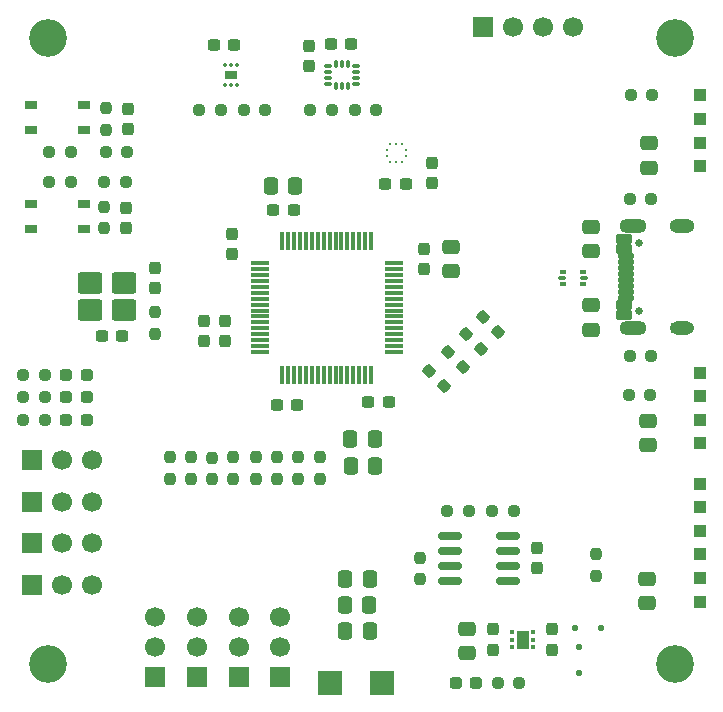
<source format=gts>
G04 #@! TF.GenerationSoftware,KiCad,Pcbnew,9.0.4*
G04 #@! TF.CreationDate,2025-09-12T00:15:02+05:30*
G04 #@! TF.ProjectId,Udayate,55646179-6174-4652-9e6b-696361645f70,1*
G04 #@! TF.SameCoordinates,Original*
G04 #@! TF.FileFunction,Soldermask,Top*
G04 #@! TF.FilePolarity,Negative*
%FSLAX46Y46*%
G04 Gerber Fmt 4.6, Leading zero omitted, Abs format (unit mm)*
G04 Created by KiCad (PCBNEW 9.0.4) date 2025-09-12 00:15:02*
%MOMM*%
%LPD*%
G01*
G04 APERTURE LIST*
G04 Aperture macros list*
%AMRoundRect*
0 Rectangle with rounded corners*
0 $1 Rounding radius*
0 $2 $3 $4 $5 $6 $7 $8 $9 X,Y pos of 4 corners*
0 Add a 4 corners polygon primitive as box body*
4,1,4,$2,$3,$4,$5,$6,$7,$8,$9,$2,$3,0*
0 Add four circle primitives for the rounded corners*
1,1,$1+$1,$2,$3*
1,1,$1+$1,$4,$5*
1,1,$1+$1,$6,$7*
1,1,$1+$1,$8,$9*
0 Add four rect primitives between the rounded corners*
20,1,$1+$1,$2,$3,$4,$5,0*
20,1,$1+$1,$4,$5,$6,$7,0*
20,1,$1+$1,$6,$7,$8,$9,0*
20,1,$1+$1,$8,$9,$2,$3,0*%
G04 Aperture macros list end*
%ADD10RoundRect,0.250000X0.475000X-0.337500X0.475000X0.337500X-0.475000X0.337500X-0.475000X-0.337500X0*%
%ADD11RoundRect,0.237500X0.300000X0.237500X-0.300000X0.237500X-0.300000X-0.237500X0.300000X-0.237500X0*%
%ADD12RoundRect,0.237500X-0.237500X0.300000X-0.237500X-0.300000X0.237500X-0.300000X0.237500X0.300000X0*%
%ADD13RoundRect,0.237500X0.250000X0.237500X-0.250000X0.237500X-0.250000X-0.237500X0.250000X-0.237500X0*%
%ADD14RoundRect,0.250000X0.337500X0.475000X-0.337500X0.475000X-0.337500X-0.475000X0.337500X-0.475000X0*%
%ADD15R,1.700000X1.700000*%
%ADD16C,1.700000*%
%ADD17R,1.000000X1.000000*%
%ADD18RoundRect,0.237500X0.237500X-0.250000X0.237500X0.250000X-0.237500X0.250000X-0.237500X-0.250000X0*%
%ADD19RoundRect,0.237500X0.344715X-0.008839X-0.008839X0.344715X-0.344715X0.008839X0.008839X-0.344715X0*%
%ADD20RoundRect,0.237500X-0.250000X-0.237500X0.250000X-0.237500X0.250000X0.237500X-0.250000X0.237500X0*%
%ADD21RoundRect,0.237500X-0.287500X-0.237500X0.287500X-0.237500X0.287500X0.237500X-0.287500X0.237500X0*%
%ADD22RoundRect,0.045000X0.105000X-0.117500X0.105000X0.117500X-0.105000X0.117500X-0.105000X-0.117500X0*%
%ADD23RoundRect,0.045000X-0.105000X0.117500X-0.105000X-0.117500X0.105000X-0.117500X0.105000X0.117500X0*%
%ADD24RoundRect,0.105000X-0.445000X-0.245000X0.445000X-0.245000X0.445000X0.245000X-0.445000X0.245000X0*%
%ADD25RoundRect,0.250000X-0.475000X0.337500X-0.475000X-0.337500X0.475000X-0.337500X0.475000X0.337500X0*%
%ADD26RoundRect,0.081250X0.231250X0.081250X-0.231250X0.081250X-0.231250X-0.081250X0.231250X-0.081250X0*%
%ADD27RoundRect,0.081250X0.081250X0.231250X-0.081250X0.231250X-0.081250X-0.231250X0.081250X-0.231250X0*%
%ADD28RoundRect,0.237500X-0.300000X-0.237500X0.300000X-0.237500X0.300000X0.237500X-0.300000X0.237500X0*%
%ADD29RoundRect,0.237500X0.237500X-0.300000X0.237500X0.300000X-0.237500X0.300000X-0.237500X-0.300000X0*%
%ADD30R,1.050000X0.650000*%
%ADD31R,0.279400X0.254000*%
%ADD32R,0.254000X0.279400*%
%ADD33C,3.200000*%
%ADD34RoundRect,0.075000X-0.700000X-0.075000X0.700000X-0.075000X0.700000X0.075000X-0.700000X0.075000X0*%
%ADD35RoundRect,0.075000X-0.075000X-0.700000X0.075000X-0.700000X0.075000X0.700000X-0.075000X0.700000X0*%
%ADD36RoundRect,0.237500X-0.344715X0.008839X0.008839X-0.344715X0.344715X-0.008839X-0.008839X0.344715X0*%
%ADD37RoundRect,0.250000X-0.337500X-0.475000X0.337500X-0.475000X0.337500X0.475000X-0.337500X0.475000X0*%
%ADD38RoundRect,0.125000X-0.125000X-0.125000X0.125000X-0.125000X0.125000X0.125000X-0.125000X0.125000X0*%
%ADD39RoundRect,0.093750X0.156250X0.093750X-0.156250X0.093750X-0.156250X-0.093750X0.156250X-0.093750X0*%
%ADD40RoundRect,0.075000X0.250000X0.075000X-0.250000X0.075000X-0.250000X-0.075000X0.250000X-0.075000X0*%
%ADD41RoundRect,0.150000X0.825000X0.150000X-0.825000X0.150000X-0.825000X-0.150000X0.825000X-0.150000X0*%
%ADD42R,2.000000X2.000000*%
%ADD43C,0.650000*%
%ADD44RoundRect,0.102000X0.570000X-0.300000X0.570000X0.300000X-0.570000X0.300000X-0.570000X-0.300000X0*%
%ADD45RoundRect,0.102000X0.570000X-0.150000X0.570000X0.150000X-0.570000X0.150000X-0.570000X-0.150000X0*%
%ADD46O,2.304000X1.254000*%
%ADD47O,2.054000X1.154000*%
%ADD48O,2.104000X1.204000*%
%ADD49RoundRect,0.093750X-0.093750X-0.106250X0.093750X-0.106250X0.093750X0.106250X-0.093750X0.106250X0*%
%ADD50R,1.000000X1.600000*%
%ADD51RoundRect,0.250000X0.800000X0.650000X-0.800000X0.650000X-0.800000X-0.650000X0.800000X-0.650000X0*%
%ADD52RoundRect,0.237500X0.287500X0.237500X-0.287500X0.237500X-0.287500X-0.237500X0.287500X-0.237500X0*%
%ADD53RoundRect,0.125000X-0.125000X0.125000X-0.125000X-0.125000X0.125000X-0.125000X0.125000X0.125000X0*%
G04 APERTURE END LIST*
D10*
X172968750Y-86468750D03*
X172968750Y-84393750D03*
D11*
X137857500Y-76030000D03*
X136132500Y-76030000D03*
D12*
X159800000Y-125550000D03*
X159800000Y-127275000D03*
D13*
X173200000Y-102420000D03*
X171375000Y-102420000D03*
X140512500Y-81600000D03*
X138687500Y-81600000D03*
D14*
X149337500Y-121300000D03*
X147262500Y-121300000D03*
D15*
X138240000Y-129600000D03*
D16*
X138240000Y-127060000D03*
X138240000Y-124520000D03*
D17*
X177300000Y-119200000D03*
X177270000Y-80330000D03*
D18*
X126875000Y-91587500D03*
X126875000Y-89762500D03*
D19*
X160190470Y-100390470D03*
X158900000Y-99100000D03*
D20*
X171457500Y-80330000D03*
X173282500Y-80330000D03*
D17*
X177300000Y-109800000D03*
D21*
X123625000Y-105900000D03*
X125375000Y-105900000D03*
X123625000Y-104000000D03*
X125375000Y-104000000D03*
D22*
X138095000Y-79430000D03*
D23*
X137595000Y-79430000D03*
X137095000Y-79430000D03*
X137095000Y-77790000D03*
D24*
X137600000Y-78600000D03*
D23*
X137595000Y-77790000D03*
D22*
X138095000Y-77790000D03*
D17*
X177268750Y-86331250D03*
D20*
X119987500Y-105900000D03*
X121812500Y-105900000D03*
D25*
X156200000Y-93125000D03*
X156200000Y-95200000D03*
D26*
X148162500Y-79350000D03*
X148162500Y-78850000D03*
X148162500Y-78350000D03*
X148162500Y-77850000D03*
D27*
X147500000Y-77687500D03*
X147000000Y-77687500D03*
X146500000Y-77687500D03*
D26*
X145837500Y-77850000D03*
X145837500Y-78350000D03*
X145837500Y-78850000D03*
X145837500Y-79350000D03*
D27*
X146500000Y-79512500D03*
X147000000Y-79512500D03*
X147500000Y-79512500D03*
D28*
X141175000Y-90000000D03*
X142900000Y-90000000D03*
D18*
X145100000Y-112800000D03*
X145100000Y-110975000D03*
D15*
X120760000Y-121800000D03*
D16*
X123300000Y-121800000D03*
X125840000Y-121800000D03*
D15*
X158920000Y-74500000D03*
D16*
X161460000Y-74500000D03*
X164000000Y-74500000D03*
X166540000Y-74500000D03*
D20*
X155887500Y-115500000D03*
X157712500Y-115500000D03*
D17*
X177300000Y-103800000D03*
D18*
X127000000Y-83250000D03*
X127000000Y-81425000D03*
D17*
X177300000Y-105800000D03*
D29*
X135300000Y-101125000D03*
X135300000Y-99400000D03*
D12*
X164800000Y-125550000D03*
X164800000Y-127275000D03*
D15*
X134700000Y-129600000D03*
D16*
X134700000Y-127060000D03*
X134700000Y-124520000D03*
D30*
X120625000Y-81125000D03*
X125175000Y-81125000D03*
X120625000Y-83275000D03*
X125175000Y-83275000D03*
D31*
X152387400Y-85450000D03*
X152387400Y-84950000D03*
D32*
X152099999Y-84412600D03*
X151600000Y-84412600D03*
X151100001Y-84412600D03*
D31*
X150812600Y-84950000D03*
X150812600Y-85450000D03*
D32*
X151100001Y-85987400D03*
X151600000Y-85987400D03*
X152099999Y-85987400D03*
D12*
X128900000Y-81487500D03*
X128900000Y-83212500D03*
D33*
X122100000Y-128500000D03*
D20*
X126987500Y-85100000D03*
X128812500Y-85100000D03*
D14*
X149337500Y-125700000D03*
X147262500Y-125700000D03*
D18*
X143290000Y-112812500D03*
X143290000Y-110987500D03*
X137800000Y-112812500D03*
X137800000Y-110987500D03*
D17*
X177300000Y-113200000D03*
D34*
X140025000Y-94550000D03*
X140025000Y-95050000D03*
X140025000Y-95550000D03*
X140025000Y-96050000D03*
X140025000Y-96550000D03*
X140025000Y-97050000D03*
X140025000Y-97550000D03*
X140025000Y-98050000D03*
X140025000Y-98550000D03*
X140025000Y-99050000D03*
X140025000Y-99550000D03*
X140025000Y-100050000D03*
X140025000Y-100550000D03*
X140025000Y-101050000D03*
X140025000Y-101550000D03*
X140025000Y-102050000D03*
D35*
X141950000Y-103975000D03*
X142450000Y-103975000D03*
X142950000Y-103975000D03*
X143450000Y-103975000D03*
X143950000Y-103975000D03*
X144450000Y-103975000D03*
X144950000Y-103975000D03*
X145450000Y-103975000D03*
X145950000Y-103975000D03*
X146450000Y-103975000D03*
X146950000Y-103975000D03*
X147450000Y-103975000D03*
X147950000Y-103975000D03*
X148450000Y-103975000D03*
X148950000Y-103975000D03*
X149450000Y-103975000D03*
D34*
X151375000Y-102050000D03*
X151375000Y-101550000D03*
X151375000Y-101050000D03*
X151375000Y-100550000D03*
X151375000Y-100050000D03*
X151375000Y-99550000D03*
X151375000Y-99050000D03*
X151375000Y-98550000D03*
X151375000Y-98050000D03*
X151375000Y-97550000D03*
X151375000Y-97050000D03*
X151375000Y-96550000D03*
X151375000Y-96050000D03*
X151375000Y-95550000D03*
X151375000Y-95050000D03*
X151375000Y-94550000D03*
D35*
X149450000Y-92625000D03*
X148950000Y-92625000D03*
X148450000Y-92625000D03*
X147950000Y-92625000D03*
X147450000Y-92625000D03*
X146950000Y-92625000D03*
X146450000Y-92625000D03*
X145950000Y-92625000D03*
X145450000Y-92625000D03*
X144950000Y-92625000D03*
X144450000Y-92625000D03*
X143950000Y-92625000D03*
X143450000Y-92625000D03*
X142950000Y-92625000D03*
X142450000Y-92625000D03*
X141950000Y-92625000D03*
D36*
X157454765Y-100504765D03*
X158745235Y-101795235D03*
D17*
X177268750Y-82330000D03*
D20*
X144287500Y-81600000D03*
X146112500Y-81600000D03*
D33*
X122100000Y-75500000D03*
D18*
X141490000Y-112812500D03*
X141490000Y-110987500D03*
D20*
X122187500Y-85100000D03*
X124012500Y-85100000D03*
D15*
X120760000Y-118260000D03*
D16*
X123300000Y-118260000D03*
X125840000Y-118260000D03*
D17*
X177300000Y-121200000D03*
X177268750Y-84331250D03*
D30*
X120625000Y-89525000D03*
X125175000Y-89525000D03*
X120625000Y-91675000D03*
X125175000Y-91675000D03*
D17*
X177300000Y-117200000D03*
D12*
X128700000Y-89837500D03*
X128700000Y-91562500D03*
D20*
X171287500Y-105700000D03*
X173112500Y-105700000D03*
D11*
X143200000Y-106568750D03*
X141475000Y-106568750D03*
D29*
X163500000Y-120367500D03*
X163500000Y-118642500D03*
D14*
X149312500Y-123500000D03*
X147237500Y-123500000D03*
D13*
X149912500Y-81600000D03*
X148087500Y-81600000D03*
X161525000Y-115500000D03*
X159700000Y-115500000D03*
D15*
X131160000Y-129590000D03*
D16*
X131160000Y-127050000D03*
X131160000Y-124510000D03*
D28*
X126675000Y-100700000D03*
X128400000Y-100700000D03*
D18*
X139700000Y-112812500D03*
X139700000Y-110987500D03*
D17*
X177300000Y-107800000D03*
D11*
X147765000Y-76000000D03*
X146040000Y-76000000D03*
D37*
X147687500Y-109400000D03*
X149762500Y-109400000D03*
D12*
X154600000Y-86037500D03*
X154600000Y-87762500D03*
D29*
X137100000Y-101125000D03*
X137100000Y-99400000D03*
D18*
X134200000Y-112812500D03*
X134200000Y-110987500D03*
D10*
X172900000Y-109937500D03*
X172900000Y-107862500D03*
D29*
X137700000Y-93762500D03*
X137700000Y-92037500D03*
D37*
X140975000Y-88000000D03*
X143050000Y-88000000D03*
D20*
X134887500Y-81600000D03*
X136712500Y-81600000D03*
X119987500Y-104000000D03*
X121812500Y-104000000D03*
D13*
X173200000Y-89100000D03*
X171375000Y-89100000D03*
D33*
X175200000Y-75500000D03*
X175200000Y-128500000D03*
D25*
X157600000Y-125475000D03*
X157600000Y-127550000D03*
D15*
X120760000Y-111180000D03*
D16*
X123300000Y-111180000D03*
X125840000Y-111180000D03*
D21*
X123625000Y-107800000D03*
X125375000Y-107800000D03*
D12*
X131150000Y-94937500D03*
X131150000Y-96662500D03*
D38*
X166700000Y-125400000D03*
X168900000Y-125400000D03*
D39*
X167420000Y-96320000D03*
D40*
X167495000Y-95782500D03*
D39*
X167420000Y-95245000D03*
X165720000Y-95245000D03*
D40*
X165645000Y-95782500D03*
D39*
X165720000Y-96320000D03*
D11*
X150962500Y-106300000D03*
X149237500Y-106300000D03*
D41*
X161075000Y-121405000D03*
X161075000Y-120135000D03*
X161075000Y-118865000D03*
X161075000Y-117595000D03*
X156125000Y-117595000D03*
X156125000Y-118865000D03*
X156125000Y-120135000D03*
X156125000Y-121405000D03*
D10*
X168120000Y-93520000D03*
X168120000Y-91445000D03*
D17*
X177300000Y-115200000D03*
D37*
X147725000Y-111700000D03*
X149800000Y-111700000D03*
D25*
X168120000Y-98082500D03*
X168120000Y-100157500D03*
D42*
X150400000Y-130100000D03*
D11*
X152400000Y-87800000D03*
X150675000Y-87800000D03*
D17*
X177300000Y-123200000D03*
D42*
X146000000Y-130100000D03*
D20*
X122187500Y-87700000D03*
X124012500Y-87700000D03*
D43*
X172120000Y-98590000D03*
X172120000Y-92810000D03*
D44*
X170900000Y-98900000D03*
X170900000Y-98100000D03*
D45*
X171050000Y-96950000D03*
X171050000Y-95950000D03*
X171050000Y-95450000D03*
X171050000Y-94450000D03*
D44*
X170900000Y-92500000D03*
X170900000Y-93300000D03*
D45*
X171050000Y-93950000D03*
X171050000Y-94950000D03*
X171050000Y-96450000D03*
X171050000Y-97450000D03*
D46*
X171620000Y-100020000D03*
X171620000Y-91380000D03*
D47*
X175800000Y-100020000D03*
D48*
X175800000Y-91380000D03*
D20*
X119987500Y-107800000D03*
X121812500Y-107800000D03*
D15*
X120760000Y-114720000D03*
D16*
X123300000Y-114720000D03*
X125840000Y-114720000D03*
D15*
X141780000Y-129590000D03*
D16*
X141780000Y-127050000D03*
X141780000Y-124510000D03*
D18*
X168500000Y-121012500D03*
X168500000Y-119187500D03*
D13*
X162012500Y-130100000D03*
X160187500Y-130100000D03*
D12*
X153900000Y-93300000D03*
X153900000Y-95025000D03*
D18*
X136000000Y-112825000D03*
X136000000Y-111000000D03*
D49*
X161412500Y-125750000D03*
X161412500Y-126400000D03*
X161412500Y-127050000D03*
X163187500Y-127050000D03*
X163187500Y-126400000D03*
X163187500Y-125750000D03*
D50*
X162300000Y-126400000D03*
D18*
X131150000Y-100512500D03*
X131150000Y-98687500D03*
X132400000Y-112812500D03*
X132400000Y-110987500D03*
D19*
X155645235Y-104945235D03*
X154354765Y-103654765D03*
D51*
X128550000Y-96187500D03*
X125650000Y-96187500D03*
X125650000Y-98487500D03*
X128550000Y-98487500D03*
D20*
X126887500Y-87700000D03*
X128712500Y-87700000D03*
D19*
X157245235Y-103345235D03*
X155954765Y-102054765D03*
D29*
X144240000Y-77862500D03*
X144240000Y-76137500D03*
D52*
X158375000Y-130100000D03*
X156625000Y-130100000D03*
D53*
X167100000Y-127000000D03*
X167100000Y-129200000D03*
D10*
X172800000Y-123337500D03*
X172800000Y-121262500D03*
D18*
X153600000Y-121317500D03*
X153600000Y-119492500D03*
M02*

</source>
